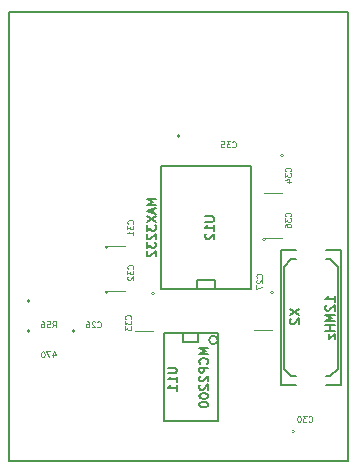
<source format=gbo>
G04 (created by PCBNEW (2013-07-07 BZR 4022)-stable) date 22/04/2014 18:46:14*
%MOIN*%
G04 Gerber Fmt 3.4, Leading zero omitted, Abs format*
%FSLAX34Y34*%
G01*
G70*
G90*
G04 APERTURE LIST*
%ADD10C,0.00590551*%
%ADD11C,0.005*%
%ADD12C,0.0039*%
%ADD13C,0.0043*%
%ADD14R,0.0829X0.028*%
%ADD15R,0.0907402X0.035622*%
%ADD16R,0.047X0.067*%
%ADD17R,0.067X0.047*%
%ADD18R,0.0907X0.2285*%
%ADD19C,0.0907402*%
%ADD20R,0.072X0.072*%
%ADD21C,0.072*%
%ADD22R,0.0789291X0.149795*%
%ADD23C,0.172*%
G04 APERTURE END LIST*
G54D10*
X72755Y-45511D02*
X84055Y-45511D01*
X72755Y-60472D02*
X72755Y-45511D01*
X84055Y-60472D02*
X72755Y-60472D01*
X84055Y-45511D02*
X84055Y-60472D01*
X77907Y-56194D02*
X77907Y-59144D01*
X77907Y-59144D02*
X79707Y-59144D01*
X79707Y-59144D02*
X79707Y-56194D01*
X79707Y-56194D02*
X77907Y-56194D01*
G54D11*
X79698Y-56444D02*
G75*
G03X79698Y-56444I-141J0D01*
G74*
G01*
X78557Y-56194D02*
X78557Y-56494D01*
X78557Y-56494D02*
X79057Y-56494D01*
X79057Y-56494D02*
X79057Y-56194D01*
G54D10*
X79607Y-54744D02*
X79607Y-54444D01*
X79607Y-54444D02*
X79007Y-54444D01*
X79007Y-54444D02*
X79007Y-54744D01*
X80807Y-54744D02*
X77807Y-54744D01*
X77807Y-54744D02*
X77807Y-50644D01*
X77807Y-50644D02*
X80807Y-50644D01*
X80807Y-54744D02*
X80807Y-50644D01*
G54D12*
X78457Y-49644D02*
G75*
G03X78457Y-49644I-50J0D01*
G74*
G01*
X78857Y-49644D02*
X78457Y-49644D01*
X78457Y-49644D02*
X78457Y-50244D01*
X78457Y-50244D02*
X78857Y-50244D01*
X79257Y-50244D02*
X79657Y-50244D01*
X79657Y-50244D02*
X79657Y-49644D01*
X79657Y-49644D02*
X79257Y-49644D01*
X76057Y-54844D02*
G75*
G03X76057Y-54844I-50J0D01*
G74*
G01*
X76007Y-54394D02*
X76007Y-54794D01*
X76007Y-54794D02*
X76607Y-54794D01*
X76607Y-54794D02*
X76607Y-54394D01*
X76607Y-53994D02*
X76607Y-53594D01*
X76607Y-53594D02*
X76007Y-53594D01*
X76007Y-53594D02*
X76007Y-53994D01*
X76057Y-53344D02*
G75*
G03X76057Y-53344I-50J0D01*
G74*
G01*
X76007Y-52894D02*
X76007Y-53294D01*
X76007Y-53294D02*
X76607Y-53294D01*
X76607Y-53294D02*
X76607Y-52894D01*
X76607Y-52494D02*
X76607Y-52094D01*
X76607Y-52094D02*
X76007Y-52094D01*
X76007Y-52094D02*
X76007Y-52494D01*
X81907Y-50294D02*
G75*
G03X81907Y-50294I-50J0D01*
G74*
G01*
X81857Y-50744D02*
X81857Y-50344D01*
X81857Y-50344D02*
X81257Y-50344D01*
X81257Y-50344D02*
X81257Y-50744D01*
X81257Y-51144D02*
X81257Y-51544D01*
X81257Y-51544D02*
X81857Y-51544D01*
X81857Y-51544D02*
X81857Y-51144D01*
X81307Y-53094D02*
G75*
G03X81307Y-53094I-50J0D01*
G74*
G01*
X81257Y-52644D02*
X81257Y-53044D01*
X81257Y-53044D02*
X81857Y-53044D01*
X81857Y-53044D02*
X81857Y-52644D01*
X81857Y-52244D02*
X81857Y-51844D01*
X81857Y-51844D02*
X81257Y-51844D01*
X81257Y-51844D02*
X81257Y-52244D01*
X74957Y-56144D02*
G75*
G03X74957Y-56144I-50J0D01*
G74*
G01*
X75357Y-56144D02*
X74957Y-56144D01*
X74957Y-56144D02*
X74957Y-56744D01*
X74957Y-56744D02*
X75357Y-56744D01*
X75757Y-56744D02*
X76157Y-56744D01*
X76157Y-56744D02*
X76157Y-56144D01*
X76157Y-56144D02*
X75757Y-56144D01*
X81570Y-54861D02*
G75*
G03X81570Y-54861I-50J0D01*
G74*
G01*
X81520Y-55311D02*
X81520Y-54911D01*
X81520Y-54911D02*
X80920Y-54911D01*
X80920Y-54911D02*
X80920Y-55311D01*
X80920Y-55711D02*
X80920Y-56111D01*
X80920Y-56111D02*
X81520Y-56111D01*
X81520Y-56111D02*
X81520Y-55711D01*
X82257Y-59494D02*
G75*
G03X82257Y-59494I-50J0D01*
G74*
G01*
X81757Y-59494D02*
X82157Y-59494D01*
X82157Y-59494D02*
X82157Y-58894D01*
X82157Y-58894D02*
X81757Y-58894D01*
X81357Y-58894D02*
X80957Y-58894D01*
X80957Y-58894D02*
X80957Y-59494D01*
X80957Y-59494D02*
X81357Y-59494D01*
X73457Y-55144D02*
G75*
G03X73457Y-55144I-50J0D01*
G74*
G01*
X73857Y-55144D02*
X73457Y-55144D01*
X73457Y-55144D02*
X73457Y-55744D01*
X73457Y-55744D02*
X73857Y-55744D01*
X74257Y-55744D02*
X74657Y-55744D01*
X74657Y-55744D02*
X74657Y-55144D01*
X74657Y-55144D02*
X74257Y-55144D01*
X77594Y-54901D02*
G75*
G03X77594Y-54901I-50J0D01*
G74*
G01*
X77544Y-55351D02*
X77544Y-54951D01*
X77544Y-54951D02*
X76944Y-54951D01*
X76944Y-54951D02*
X76944Y-55351D01*
X76944Y-55751D02*
X76944Y-56151D01*
X76944Y-56151D02*
X77544Y-56151D01*
X77544Y-56151D02*
X77544Y-55751D01*
X73457Y-56144D02*
G75*
G03X73457Y-56144I-50J0D01*
G74*
G01*
X73857Y-56144D02*
X73457Y-56144D01*
X73457Y-56144D02*
X73457Y-56744D01*
X73457Y-56744D02*
X73857Y-56744D01*
X74257Y-56744D02*
X74657Y-56744D01*
X74657Y-56744D02*
X74657Y-56144D01*
X74657Y-56144D02*
X74257Y-56144D01*
G54D10*
X82157Y-53744D02*
X82307Y-53744D01*
X83457Y-53744D02*
X83307Y-53744D01*
X83457Y-57644D02*
X83307Y-57644D01*
X82157Y-57644D02*
X82307Y-57644D01*
X81807Y-57944D02*
X82307Y-57944D01*
X83807Y-57944D02*
X83307Y-57944D01*
X83807Y-53444D02*
X83307Y-53444D01*
X81807Y-53444D02*
X82307Y-53444D01*
X83457Y-53744D02*
X83707Y-53994D01*
X83707Y-53994D02*
X83707Y-57394D01*
X83707Y-57394D02*
X83457Y-57644D01*
X82157Y-57644D02*
X81907Y-57394D01*
X81907Y-57394D02*
X81907Y-53994D01*
X81907Y-53994D02*
X82157Y-53744D01*
X83807Y-57944D02*
X83807Y-53444D01*
X81807Y-53444D02*
X81807Y-57944D01*
G54D11*
X78028Y-57373D02*
X78271Y-57373D01*
X78299Y-57387D01*
X78314Y-57402D01*
X78328Y-57430D01*
X78328Y-57487D01*
X78314Y-57516D01*
X78299Y-57530D01*
X78271Y-57544D01*
X78028Y-57544D01*
X78328Y-57844D02*
X78328Y-57673D01*
X78328Y-57759D02*
X78028Y-57759D01*
X78071Y-57730D01*
X78099Y-57702D01*
X78114Y-57673D01*
X78328Y-58130D02*
X78328Y-57959D01*
X78328Y-58044D02*
X78028Y-58044D01*
X78071Y-58016D01*
X78099Y-57987D01*
X78114Y-57959D01*
X79378Y-56723D02*
X79078Y-56723D01*
X79292Y-56823D01*
X79078Y-56923D01*
X79378Y-56923D01*
X79349Y-57237D02*
X79364Y-57223D01*
X79378Y-57180D01*
X79378Y-57152D01*
X79364Y-57109D01*
X79335Y-57080D01*
X79307Y-57066D01*
X79249Y-57052D01*
X79207Y-57052D01*
X79149Y-57066D01*
X79121Y-57080D01*
X79092Y-57109D01*
X79078Y-57152D01*
X79078Y-57180D01*
X79092Y-57223D01*
X79107Y-57237D01*
X79378Y-57366D02*
X79078Y-57366D01*
X79078Y-57480D01*
X79092Y-57509D01*
X79107Y-57523D01*
X79135Y-57537D01*
X79178Y-57537D01*
X79207Y-57523D01*
X79221Y-57509D01*
X79235Y-57480D01*
X79235Y-57366D01*
X79107Y-57652D02*
X79092Y-57666D01*
X79078Y-57694D01*
X79078Y-57766D01*
X79092Y-57794D01*
X79107Y-57809D01*
X79135Y-57823D01*
X79164Y-57823D01*
X79207Y-57809D01*
X79378Y-57637D01*
X79378Y-57823D01*
X79107Y-57937D02*
X79092Y-57952D01*
X79078Y-57980D01*
X79078Y-58052D01*
X79092Y-58080D01*
X79107Y-58094D01*
X79135Y-58109D01*
X79164Y-58109D01*
X79207Y-58094D01*
X79378Y-57923D01*
X79378Y-58109D01*
X79078Y-58294D02*
X79078Y-58323D01*
X79092Y-58352D01*
X79107Y-58366D01*
X79135Y-58380D01*
X79192Y-58394D01*
X79264Y-58394D01*
X79321Y-58380D01*
X79349Y-58366D01*
X79364Y-58352D01*
X79378Y-58323D01*
X79378Y-58294D01*
X79364Y-58266D01*
X79349Y-58252D01*
X79321Y-58237D01*
X79264Y-58223D01*
X79192Y-58223D01*
X79135Y-58237D01*
X79107Y-58252D01*
X79092Y-58266D01*
X79078Y-58294D01*
X79078Y-58580D02*
X79078Y-58609D01*
X79092Y-58637D01*
X79107Y-58652D01*
X79135Y-58666D01*
X79192Y-58680D01*
X79264Y-58680D01*
X79321Y-58666D01*
X79349Y-58652D01*
X79364Y-58637D01*
X79378Y-58609D01*
X79378Y-58580D01*
X79364Y-58552D01*
X79349Y-58537D01*
X79321Y-58523D01*
X79264Y-58509D01*
X79192Y-58509D01*
X79135Y-58523D01*
X79107Y-58537D01*
X79092Y-58552D01*
X79078Y-58580D01*
X79278Y-52323D02*
X79521Y-52323D01*
X79549Y-52337D01*
X79564Y-52352D01*
X79578Y-52380D01*
X79578Y-52437D01*
X79564Y-52466D01*
X79549Y-52480D01*
X79521Y-52494D01*
X79278Y-52494D01*
X79578Y-52794D02*
X79578Y-52623D01*
X79578Y-52709D02*
X79278Y-52709D01*
X79321Y-52680D01*
X79349Y-52652D01*
X79364Y-52623D01*
X79307Y-52909D02*
X79292Y-52923D01*
X79278Y-52952D01*
X79278Y-53023D01*
X79292Y-53052D01*
X79307Y-53066D01*
X79335Y-53080D01*
X79364Y-53080D01*
X79407Y-53066D01*
X79578Y-52894D01*
X79578Y-53080D01*
X77628Y-51752D02*
X77328Y-51752D01*
X77542Y-51852D01*
X77328Y-51952D01*
X77628Y-51952D01*
X77542Y-52080D02*
X77542Y-52223D01*
X77628Y-52052D02*
X77328Y-52152D01*
X77628Y-52252D01*
X77328Y-52323D02*
X77628Y-52523D01*
X77328Y-52523D02*
X77628Y-52323D01*
X77328Y-52609D02*
X77328Y-52794D01*
X77442Y-52694D01*
X77442Y-52737D01*
X77457Y-52766D01*
X77471Y-52780D01*
X77499Y-52794D01*
X77571Y-52794D01*
X77599Y-52780D01*
X77614Y-52766D01*
X77628Y-52737D01*
X77628Y-52652D01*
X77614Y-52623D01*
X77599Y-52609D01*
X77357Y-52909D02*
X77342Y-52923D01*
X77328Y-52952D01*
X77328Y-53023D01*
X77342Y-53052D01*
X77357Y-53066D01*
X77385Y-53080D01*
X77414Y-53080D01*
X77457Y-53066D01*
X77628Y-52894D01*
X77628Y-53080D01*
X77328Y-53180D02*
X77328Y-53366D01*
X77442Y-53266D01*
X77442Y-53309D01*
X77457Y-53337D01*
X77471Y-53352D01*
X77499Y-53366D01*
X77571Y-53366D01*
X77599Y-53352D01*
X77614Y-53337D01*
X77628Y-53309D01*
X77628Y-53223D01*
X77614Y-53194D01*
X77599Y-53180D01*
X77357Y-53480D02*
X77342Y-53494D01*
X77328Y-53523D01*
X77328Y-53594D01*
X77342Y-53623D01*
X77357Y-53637D01*
X77385Y-53652D01*
X77414Y-53652D01*
X77457Y-53637D01*
X77628Y-53466D01*
X77628Y-53652D01*
G54D13*
X80183Y-50005D02*
X80193Y-50015D01*
X80221Y-50024D01*
X80240Y-50024D01*
X80268Y-50015D01*
X80286Y-49996D01*
X80296Y-49977D01*
X80305Y-49940D01*
X80305Y-49912D01*
X80296Y-49874D01*
X80286Y-49855D01*
X80268Y-49837D01*
X80240Y-49827D01*
X80221Y-49827D01*
X80193Y-49837D01*
X80183Y-49846D01*
X80118Y-49827D02*
X79996Y-49827D01*
X80061Y-49902D01*
X80033Y-49902D01*
X80014Y-49912D01*
X80005Y-49921D01*
X79996Y-49940D01*
X79996Y-49987D01*
X80005Y-50005D01*
X80014Y-50015D01*
X80033Y-50024D01*
X80089Y-50024D01*
X80108Y-50015D01*
X80118Y-50005D01*
X79817Y-49827D02*
X79911Y-49827D01*
X79921Y-49921D01*
X79911Y-49912D01*
X79892Y-49902D01*
X79846Y-49902D01*
X79827Y-49912D01*
X79817Y-49921D01*
X79808Y-49940D01*
X79808Y-49987D01*
X79817Y-50005D01*
X79827Y-50015D01*
X79846Y-50024D01*
X79892Y-50024D01*
X79911Y-50015D01*
X79921Y-50005D01*
X76868Y-54068D02*
X76877Y-54058D01*
X76886Y-54030D01*
X76886Y-54011D01*
X76877Y-53983D01*
X76858Y-53965D01*
X76839Y-53955D01*
X76802Y-53946D01*
X76774Y-53946D01*
X76736Y-53955D01*
X76717Y-53965D01*
X76699Y-53983D01*
X76689Y-54011D01*
X76689Y-54030D01*
X76699Y-54058D01*
X76708Y-54068D01*
X76689Y-54133D02*
X76689Y-54255D01*
X76764Y-54190D01*
X76764Y-54218D01*
X76774Y-54237D01*
X76783Y-54246D01*
X76802Y-54255D01*
X76849Y-54255D01*
X76868Y-54246D01*
X76877Y-54237D01*
X76886Y-54218D01*
X76886Y-54162D01*
X76877Y-54143D01*
X76868Y-54133D01*
X76708Y-54330D02*
X76699Y-54340D01*
X76689Y-54359D01*
X76689Y-54405D01*
X76699Y-54424D01*
X76708Y-54434D01*
X76727Y-54443D01*
X76746Y-54443D01*
X76774Y-54434D01*
X76886Y-54321D01*
X76886Y-54443D01*
X76868Y-52568D02*
X76877Y-52558D01*
X76886Y-52530D01*
X76886Y-52511D01*
X76877Y-52483D01*
X76858Y-52465D01*
X76839Y-52455D01*
X76802Y-52446D01*
X76774Y-52446D01*
X76736Y-52455D01*
X76717Y-52465D01*
X76699Y-52483D01*
X76689Y-52511D01*
X76689Y-52530D01*
X76699Y-52558D01*
X76708Y-52568D01*
X76689Y-52633D02*
X76689Y-52755D01*
X76764Y-52690D01*
X76764Y-52718D01*
X76774Y-52737D01*
X76783Y-52746D01*
X76802Y-52755D01*
X76849Y-52755D01*
X76868Y-52746D01*
X76877Y-52737D01*
X76886Y-52718D01*
X76886Y-52662D01*
X76877Y-52643D01*
X76868Y-52633D01*
X76886Y-52943D02*
X76886Y-52830D01*
X76886Y-52887D02*
X76689Y-52887D01*
X76717Y-52868D01*
X76736Y-52849D01*
X76746Y-52830D01*
X82118Y-50818D02*
X82127Y-50808D01*
X82136Y-50780D01*
X82136Y-50761D01*
X82127Y-50733D01*
X82108Y-50715D01*
X82089Y-50705D01*
X82052Y-50696D01*
X82024Y-50696D01*
X81986Y-50705D01*
X81967Y-50715D01*
X81949Y-50733D01*
X81939Y-50761D01*
X81939Y-50780D01*
X81949Y-50808D01*
X81958Y-50818D01*
X81939Y-50883D02*
X81939Y-51005D01*
X82014Y-50940D01*
X82014Y-50968D01*
X82024Y-50987D01*
X82033Y-50996D01*
X82052Y-51005D01*
X82099Y-51005D01*
X82118Y-50996D01*
X82127Y-50987D01*
X82136Y-50968D01*
X82136Y-50912D01*
X82127Y-50893D01*
X82118Y-50883D01*
X82005Y-51174D02*
X82136Y-51174D01*
X81930Y-51127D02*
X82071Y-51080D01*
X82071Y-51202D01*
X82118Y-52318D02*
X82127Y-52308D01*
X82136Y-52280D01*
X82136Y-52261D01*
X82127Y-52233D01*
X82108Y-52215D01*
X82089Y-52205D01*
X82052Y-52196D01*
X82024Y-52196D01*
X81986Y-52205D01*
X81967Y-52215D01*
X81949Y-52233D01*
X81939Y-52261D01*
X81939Y-52280D01*
X81949Y-52308D01*
X81958Y-52318D01*
X81939Y-52383D02*
X81939Y-52505D01*
X82014Y-52440D01*
X82014Y-52468D01*
X82024Y-52487D01*
X82033Y-52496D01*
X82052Y-52505D01*
X82099Y-52505D01*
X82118Y-52496D01*
X82127Y-52487D01*
X82136Y-52468D01*
X82136Y-52412D01*
X82127Y-52393D01*
X82118Y-52383D01*
X81939Y-52674D02*
X81939Y-52637D01*
X81949Y-52618D01*
X81958Y-52609D01*
X81986Y-52590D01*
X82024Y-52580D01*
X82099Y-52580D01*
X82118Y-52590D01*
X82127Y-52599D01*
X82136Y-52618D01*
X82136Y-52655D01*
X82127Y-52674D01*
X82118Y-52684D01*
X82099Y-52693D01*
X82052Y-52693D01*
X82033Y-52684D01*
X82024Y-52674D01*
X82014Y-52655D01*
X82014Y-52618D01*
X82024Y-52599D01*
X82033Y-52590D01*
X82052Y-52580D01*
X75683Y-56005D02*
X75693Y-56015D01*
X75721Y-56024D01*
X75740Y-56024D01*
X75768Y-56015D01*
X75786Y-55996D01*
X75796Y-55977D01*
X75805Y-55940D01*
X75805Y-55912D01*
X75796Y-55874D01*
X75786Y-55855D01*
X75768Y-55837D01*
X75740Y-55827D01*
X75721Y-55827D01*
X75693Y-55837D01*
X75683Y-55846D01*
X75608Y-55846D02*
X75599Y-55837D01*
X75580Y-55827D01*
X75533Y-55827D01*
X75514Y-55837D01*
X75505Y-55846D01*
X75496Y-55865D01*
X75496Y-55883D01*
X75505Y-55912D01*
X75618Y-56024D01*
X75496Y-56024D01*
X75327Y-55827D02*
X75364Y-55827D01*
X75383Y-55837D01*
X75392Y-55846D01*
X75411Y-55874D01*
X75421Y-55912D01*
X75421Y-55987D01*
X75411Y-56005D01*
X75402Y-56015D01*
X75383Y-56024D01*
X75346Y-56024D01*
X75327Y-56015D01*
X75317Y-56005D01*
X75308Y-55987D01*
X75308Y-55940D01*
X75317Y-55921D01*
X75327Y-55912D01*
X75346Y-55902D01*
X75383Y-55902D01*
X75402Y-55912D01*
X75411Y-55921D01*
X75421Y-55940D01*
X81163Y-54361D02*
X81172Y-54352D01*
X81182Y-54324D01*
X81182Y-54305D01*
X81172Y-54277D01*
X81153Y-54258D01*
X81135Y-54248D01*
X81097Y-54239D01*
X81069Y-54239D01*
X81032Y-54248D01*
X81013Y-54258D01*
X80994Y-54277D01*
X80985Y-54305D01*
X80985Y-54324D01*
X80994Y-54352D01*
X81003Y-54361D01*
X81003Y-54436D02*
X80994Y-54445D01*
X80985Y-54464D01*
X80985Y-54511D01*
X80994Y-54530D01*
X81003Y-54539D01*
X81022Y-54549D01*
X81041Y-54549D01*
X81069Y-54539D01*
X81182Y-54427D01*
X81182Y-54549D01*
X80985Y-54614D02*
X80985Y-54746D01*
X81182Y-54661D01*
X82725Y-59155D02*
X82734Y-59164D01*
X82762Y-59174D01*
X82781Y-59174D01*
X82809Y-59164D01*
X82828Y-59146D01*
X82837Y-59127D01*
X82847Y-59089D01*
X82847Y-59061D01*
X82837Y-59024D01*
X82828Y-59005D01*
X82809Y-58986D01*
X82781Y-58977D01*
X82762Y-58977D01*
X82734Y-58986D01*
X82725Y-58995D01*
X82659Y-58977D02*
X82537Y-58977D01*
X82603Y-59052D01*
X82574Y-59052D01*
X82556Y-59061D01*
X82546Y-59071D01*
X82537Y-59089D01*
X82537Y-59136D01*
X82546Y-59155D01*
X82556Y-59164D01*
X82574Y-59174D01*
X82631Y-59174D01*
X82650Y-59164D01*
X82659Y-59155D01*
X82415Y-58977D02*
X82396Y-58977D01*
X82377Y-58986D01*
X82368Y-58995D01*
X82359Y-59014D01*
X82349Y-59052D01*
X82349Y-59099D01*
X82359Y-59136D01*
X82368Y-59155D01*
X82377Y-59164D01*
X82396Y-59174D01*
X82415Y-59174D01*
X82434Y-59164D01*
X82443Y-59155D01*
X82453Y-59136D01*
X82462Y-59099D01*
X82462Y-59052D01*
X82453Y-59014D01*
X82443Y-58995D01*
X82434Y-58986D01*
X82415Y-58977D01*
X74183Y-56024D02*
X74249Y-55930D01*
X74296Y-56024D02*
X74296Y-55827D01*
X74221Y-55827D01*
X74202Y-55837D01*
X74193Y-55846D01*
X74183Y-55865D01*
X74183Y-55893D01*
X74193Y-55912D01*
X74202Y-55921D01*
X74221Y-55930D01*
X74296Y-55930D01*
X74005Y-55827D02*
X74099Y-55827D01*
X74108Y-55921D01*
X74099Y-55912D01*
X74080Y-55902D01*
X74033Y-55902D01*
X74014Y-55912D01*
X74005Y-55921D01*
X73996Y-55940D01*
X73996Y-55987D01*
X74005Y-56005D01*
X74014Y-56015D01*
X74033Y-56024D01*
X74080Y-56024D01*
X74099Y-56015D01*
X74108Y-56005D01*
X73827Y-55827D02*
X73864Y-55827D01*
X73883Y-55837D01*
X73892Y-55846D01*
X73911Y-55874D01*
X73921Y-55912D01*
X73921Y-55987D01*
X73911Y-56005D01*
X73902Y-56015D01*
X73883Y-56024D01*
X73846Y-56024D01*
X73827Y-56015D01*
X73817Y-56005D01*
X73808Y-55987D01*
X73808Y-55940D01*
X73817Y-55921D01*
X73827Y-55912D01*
X73846Y-55902D01*
X73883Y-55902D01*
X73902Y-55912D01*
X73911Y-55921D01*
X73921Y-55940D01*
X76793Y-55739D02*
X76802Y-55730D01*
X76812Y-55701D01*
X76812Y-55683D01*
X76802Y-55655D01*
X76783Y-55636D01*
X76765Y-55626D01*
X76727Y-55617D01*
X76699Y-55617D01*
X76661Y-55626D01*
X76643Y-55636D01*
X76624Y-55655D01*
X76615Y-55683D01*
X76615Y-55701D01*
X76624Y-55730D01*
X76633Y-55739D01*
X76615Y-55805D02*
X76615Y-55927D01*
X76690Y-55861D01*
X76690Y-55889D01*
X76699Y-55908D01*
X76708Y-55917D01*
X76727Y-55927D01*
X76774Y-55927D01*
X76793Y-55917D01*
X76802Y-55908D01*
X76812Y-55889D01*
X76812Y-55833D01*
X76802Y-55814D01*
X76793Y-55805D01*
X76615Y-55992D02*
X76615Y-56114D01*
X76690Y-56049D01*
X76690Y-56077D01*
X76699Y-56095D01*
X76708Y-56105D01*
X76727Y-56114D01*
X76774Y-56114D01*
X76793Y-56105D01*
X76802Y-56095D01*
X76812Y-56077D01*
X76812Y-56020D01*
X76802Y-56002D01*
X76793Y-55992D01*
X74207Y-56893D02*
X74207Y-57024D01*
X74254Y-56818D02*
X74300Y-56958D01*
X74179Y-56958D01*
X74122Y-56827D02*
X73991Y-56827D01*
X74075Y-57024D01*
X73878Y-56827D02*
X73860Y-56827D01*
X73841Y-56837D01*
X73831Y-56846D01*
X73822Y-56865D01*
X73813Y-56902D01*
X73813Y-56949D01*
X73822Y-56987D01*
X73831Y-57005D01*
X73841Y-57015D01*
X73860Y-57024D01*
X73878Y-57024D01*
X73897Y-57015D01*
X73906Y-57005D01*
X73916Y-56987D01*
X73925Y-56949D01*
X73925Y-56902D01*
X73916Y-56865D01*
X73906Y-56846D01*
X73897Y-56837D01*
X73878Y-56827D01*
G54D10*
X82095Y-55414D02*
X82410Y-55624D01*
X82095Y-55624D02*
X82410Y-55414D01*
X82125Y-55729D02*
X82110Y-55744D01*
X82095Y-55774D01*
X82095Y-55849D01*
X82110Y-55879D01*
X82125Y-55894D01*
X82155Y-55909D01*
X82185Y-55909D01*
X82230Y-55894D01*
X82410Y-55714D01*
X82410Y-55909D01*
X83603Y-55162D02*
X83603Y-54982D01*
X83603Y-55072D02*
X83288Y-55072D01*
X83333Y-55042D01*
X83363Y-55012D01*
X83378Y-54982D01*
X83318Y-55282D02*
X83303Y-55297D01*
X83288Y-55327D01*
X83288Y-55402D01*
X83303Y-55432D01*
X83318Y-55447D01*
X83348Y-55462D01*
X83378Y-55462D01*
X83423Y-55447D01*
X83603Y-55267D01*
X83603Y-55462D01*
X83603Y-55597D02*
X83288Y-55597D01*
X83513Y-55702D01*
X83288Y-55807D01*
X83603Y-55807D01*
X83603Y-55957D02*
X83288Y-55957D01*
X83438Y-55957D02*
X83438Y-56137D01*
X83603Y-56137D02*
X83288Y-56137D01*
X83393Y-56257D02*
X83393Y-56422D01*
X83603Y-56257D01*
X83603Y-56422D01*
%LPC*%
G54D14*
X80207Y-56554D03*
X80207Y-56814D03*
X80207Y-57064D03*
X80207Y-57324D03*
X80207Y-57584D03*
X80207Y-57834D03*
X80207Y-58094D03*
X80207Y-58344D03*
X80207Y-58604D03*
X80207Y-58864D03*
X77407Y-58874D03*
X77407Y-58604D03*
X77407Y-58344D03*
X77407Y-58094D03*
X77407Y-57834D03*
X77407Y-57584D03*
X77407Y-57324D03*
X77407Y-57064D03*
X77407Y-56814D03*
X77407Y-56554D03*
G54D15*
X80251Y-53944D03*
X80251Y-52944D03*
X80251Y-53444D03*
X80251Y-52444D03*
X80251Y-51944D03*
X80251Y-51444D03*
X80251Y-54444D03*
X80251Y-50944D03*
X78362Y-50944D03*
X78362Y-54444D03*
X78362Y-51444D03*
X78362Y-51944D03*
X78362Y-52444D03*
X78362Y-53444D03*
X78362Y-52944D03*
X78362Y-53944D03*
G54D16*
X78682Y-49944D03*
X79432Y-49944D03*
G54D17*
X76307Y-54569D03*
X76307Y-53819D03*
X76307Y-53069D03*
X76307Y-52319D03*
X81557Y-50569D03*
X81557Y-51319D03*
X81557Y-52819D03*
X81557Y-52069D03*
G54D16*
X75182Y-56444D03*
X75932Y-56444D03*
G54D17*
X81220Y-55136D03*
X81220Y-55886D03*
G54D16*
X81932Y-59194D03*
X81182Y-59194D03*
X73682Y-55444D03*
X74432Y-55444D03*
G54D17*
X77244Y-55176D03*
X77244Y-55926D03*
G54D16*
X73682Y-56444D03*
X74432Y-56444D03*
G54D18*
X82807Y-53844D03*
X82807Y-57544D03*
G54D19*
X82807Y-54694D03*
X82807Y-56694D03*
G54D20*
X74807Y-51444D03*
G54D21*
X74807Y-50444D03*
X74807Y-49444D03*
X74807Y-48444D03*
X74807Y-47444D03*
G54D20*
X73607Y-51444D03*
G54D21*
X73607Y-50444D03*
X73607Y-49444D03*
X73607Y-48444D03*
X73607Y-47444D03*
G54D20*
X77791Y-47677D03*
G54D21*
X78791Y-47677D03*
X79791Y-47677D03*
X80791Y-47677D03*
G54D22*
X80629Y-46299D03*
X77952Y-46299D03*
X78818Y-46299D03*
X79763Y-46299D03*
G54D23*
X73858Y-59370D03*
G54D20*
X78307Y-55444D03*
G54D21*
X79307Y-55444D03*
X80307Y-55444D03*
M02*

</source>
